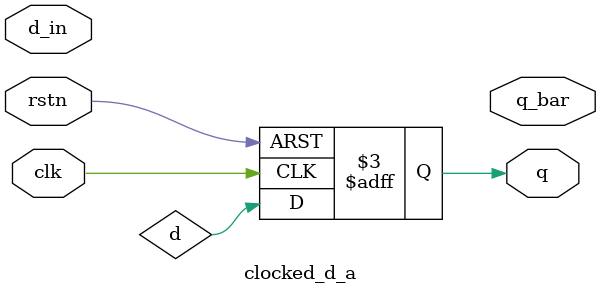
<source format=v>
module clocked_d_a(input d_in,  
              input rstn,  
              input clk,  
              output reg q,q_bar);  
  
    always @ (posedge clk or negedge rstn)  
       if (!rstn)  
          q <= 0;
			 
       else  
          q <= d;  

endmodule  
</source>
